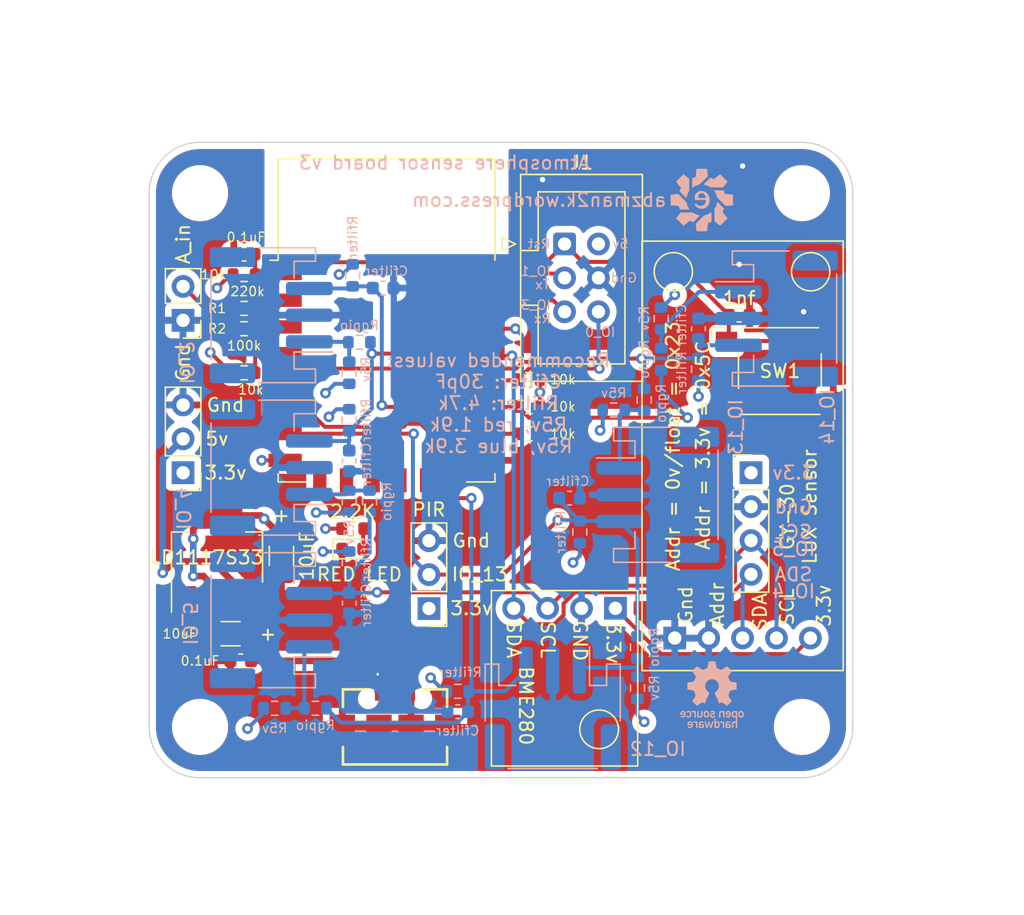
<source format=kicad_pcb>
(kicad_pcb (version 20211014) (generator pcbnew)
  (layers (0 "F.Cu" signal) (1 "In1.Cu" signal) (2 "In2.Cu" signal) (31 "B.Cu" signal) (34 "B.Paste" user) (35 "F.Paste" user) (36 "B.SilkS" user "B.Silkscreen") (37 "F.SilkS" user "F.Silkscreen") (38 "B.Mask" user) (39 "F.Mask" user) (44 "Edge.Cuts" user))
  (net 0 "")
  (net 1 "/ESP_EN")
  (net 2 "GND")
  (net 3 "+5V")
  (net 4 "/ESP_IO1")
  (net 5 "/ESP_IO3")
  (net 6 "/ESP_IO0")
  (net 7 "+3V3")
  (net 8 "/ESP_IO16")
  (net 9 "/ESP_IO14")
  (net 10 "/ESP_IO12")
  (net 11 "/ESP_IO13")
  (net 18 "/ESP_IO15")
  (net 19 "/ESP_IO2")
  (net 20 "/ESP_IO4")
  (net 21 "/ESP_IO5")
  (net 22 "/ESP_RST")
  (net 23 "Net-(D1-Pad2)")
  (net 27 "/Analog_In")
  (net 28 "/ESP_ADC")
  (net 29 "Net-(J9-Pad1)")
  (net 30 "Net-(J10-Pad1)")
  (net 31 "Net-(J11-Pad1)")
  (net 32 "Net-(J12-Pad1)")
  (net 33 "Net-(J13-Pad1)")
  (net 34 "Net-(J14-Pad1)")
  (footprint "Evan's misc parts:UJ2MIBHGSMTTR" (layer "F.Cu") (at 14.605 40.005)
    (fp_text reference "J2" hide)
    (fp_text value "UJ2-MIBH-G-SMT-TR" hide)
  )
  (footprint "Connector_IDC:IDC-Header_2x03_P2.54mm_Vertical" (layer "F.Cu") (at 27.305 3.81)
    (fp_text reference "J1")
    (fp_text value "Conn_02x03_Odd_Even")
  )
  (footprint "LED_SMD:LED_0603_1608Metric" (layer "F.Cu") (at 11.43 26.67)
    (fp_text reference "D1" hide)
    (fp_text value "RED LED")
  )
  (footprint "MountingHole:MountingHole_3.2mm_M3" (layer "F.Cu") (at 0 40.005)
    (fp_text reference "REF**" hide)
    (fp_text value "MountingHole_3.2mm_M3")
  )
  (footprint "RF_Module:ESP-12E" (layer "F.Cu") (at 13.97 9.525)
    (fp_text reference "U1" hide)
    (fp_text value "ESP-12F")
  )
  (footprint "Evan's misc parts:LUX sensor" (layer "F.Cu") (at 35.56 33.345 90)
    (fp_text reference "J3" hide)
    (fp_text value "LUX sensor")
  )
  (footprint "Connector_PinHeader_2.54mm:PinHeader_1x03_P2.54mm_Vertical" (layer "F.Cu") (at 17.145 31.13 180)
    (fp_text reference "J5" hide)
    (fp_text value "PIR")
  )
  (footprint "Evan's misc parts:BME280" (layer "F.Cu") (at 31.115 31.115 -90)
    (fp_text reference "J4" hide)
    (fp_text value "bme280")
  )
  (footprint "MountingHole:MountingHole_3.2mm_M3" (layer "F.Cu") (at 45.085 0)
    (fp_text reference "REF**" hide)
    (fp_text value "MountingHole_3.2mm_M3")
  )
  (footprint "Connector_PinHeader_2.54mm:PinHeader_1x04_P2.54mm_Vertical" (layer "F.Cu") (at 41.275 20.955)
    (fp_text reference "J7" hide)
    (fp_text value "external i2c")
  )
  (footprint "Resistor_SMD:R_0603_1608Metric" (layer "F.Cu") (at 24.638 13.97 180)
    (fp_text reference "R10" hide)
    (fp_text value "10k")
  )
  (footprint "Resistor_SMD:R_0603_1608Metric" (layer "F.Cu") (at 11.43 25.146)
    (fp_text reference "R3" hide)
    (fp_text value "2.2K")
  )
  (footprint "MountingHole:MountingHole_3.2mm_M3" (layer "F.Cu") (at 0 0)
    (fp_text reference "REF**" hide)
    (fp_text value "MountingHole_3.2mm_M3")
  )
  (footprint "Resistor_SMD:R_0603_1608Metric" (layer "F.Cu") (at 24.638 18.034 180)
    (fp_text reference "R5" hide)
    (fp_text value "10k")
  )
  (footprint "Connector_PinHeader_2.54mm:PinHeader_1x03_P2.54mm_Vertical" (layer "F.Cu") (at -1.27 20.955 180)
    (fp_text reference "J8" hide)
    (fp_text value "power")
  )
  (footprint "Resistor_SMD:R_0603_1608Metric" (layer "F.Cu") (at 24.638 16.002 180)
    (fp_text reference "R11" hide)
    (fp_text value "10k")
  )
  (footprint "Package_TO_SOT_SMD:SOT-223-3_TabPin2" (layer "F.Cu") (at 1.27 27.305 90)
    (fp_text reference "U2" hide)
    (fp_text value "LD1117S33")
  )
  (footprint "MountingHole:MountingHole_3.2mm_M3" (layer "F.Cu") (at 45.085 40.005)
    (fp_text reference "REF**" hide)
    (fp_text value "MountingHole_3.2mm_M3")
  )
  (footprint "Capacitor_SMD:C_0603_1608Metric" (layer "F.Cu") (at 3.048 35.052 180)
    (fp_text reference "C2" hide)
    (fp_text value "0.1uF")
  )
  (footprint "Resistor_SMD:R_0603_1608Metric" (layer "F.Cu") (at 3.302 8.636)
    (fp_text reference "R1")
    (fp_text value "220k")
  )
  (footprint "Connector_PinHeader_2.54mm:PinHeader_1x02_P2.54mm_Vertical" (layer "F.Cu") (at -1.27 9.53 180)
    (fp_text reference "J6" hide)
    (fp_text value "Analog in")
  )
  (footprint "Capacitor_SMD:C_1206_3216Metric" (layer "F.Cu") (at 2.286 33.02 180)
    (fp_text reference "C3" hide)
    (fp_text value "10uF")
  )
  (footprint "Capacitor_SMD:C_0603_1608Metric" (layer "F.Cu") (at 3.302 4.572 180)
    (fp_text reference "C9" hide)
    (fp_text value "0.1uF")
  )
  (footprint "Resistor_SMD:R_0603_1608Metric" (layer "F.Cu") (at 3.302 13.462)
    (fp_text reference "R8" hide)
    (fp_text value "10k")
  )
  (footprint "Button_Switch_SMD:SW_SPST_Omron_B3FS-105xP" (layer "F.Cu") (at 43.434 13.335)
    (fp_text reference "SW1")
    (fp_text value "SW_MEC_5E")
  )
  (footprint "Resistor_SMD:R_0603_1608Metric" (layer "F.Cu") (at 3.302 6.096)
    (fp_text reference "R9" hide)
    (fp_text value "10k")
  )
  (footprint "Capacitor_SMD:C_1206_3216Metric" (layer "F.Cu") (at 6.096 27.178 -90)
    (fp_text reference "C1" hide)
    (fp_text value "10uF")
  )
  (footprint "Resistor_SMD:R_0603_1608Metric" (layer "F.Cu") (at 3.302 10.16 180)
    (fp_text reference "R2")
    (fp_text value "100k")
  )
  (footprint "Capacitor_SMD:C_0603_1608Metric" (layer "F.Cu") (at 40.386 9.144)
    (fp_text reference "C4" hide)
    (fp_text value "1nf")
  )
  (footprint "Evan's misc parts:OSHW gear" (layer "B.Cu") (at 38.354 37.592 180)
    (fp_text reference "G***" hide)
    (fp_text value "LOGO" hide)
  )
  (footprint "Resistor_SMD:R_0603_1608Metric" (layer "B.Cu") (at 5.588 38.608)
    (fp_text reference "R12" hide)
    (fp_text value "R5v")
  )
  (footprint "Resistor_SMD:R_0603_1608Metric" (layer "B.Cu") (at 32.766 34.036 90)
    (fp_text reference "R16" hide)
    (fp_text value "Rgpio")
  )
  (footprint "Resistor_SMD:R_0603_1608Metric" (layer "B.Cu") (at 33.274 15.494 90)
    (fp_text reference "R19" hide)
    (fp_text value "Rgpio")
  )
  (footprint "Capacitor_SMD:C_0603_1608Metric" (layer "B.Cu") (at 11.176 20.066 -90)
    (fp_text reference "C11" hide)
    (fp_text value "Cfilter")
  )
  (footprint "Resistor_SMD:R_0603_1608Metric" (layer "B.Cu") (at 11.176 27.686 -90)
    (fp_text reference "R14" hide)
    (fp_text value "Rfilter")
  )
  (footprint "Resistor_SMD:R_0603_1608Metric" (layer "B.Cu") (at 19.304 37.338)
    (fp_text reference "R17" hide)
    (fp_text value "Rfilter")
  )
  (footprint "Resistor_SMD:R_0603_1608Metric" (layer "B.Cu") (at 34.544 9.398 -90)
    (fp_text reference "R21" hide)
    (fp_text value "R5v")
  )
  (footprint "Capacitor_SMD:C_0603_1608Metric" (layer "B.Cu") (at 13.716 7.112)
    (fp_text reference "C5" hide)
    (fp_text value "Cfilter")
  )
  (footprint "Connector_JST:JST_PH_S3B-PH-SM4-TB_1x03-1MP_P2.00mm_Horizontal" (layer "B.Cu") (at 5.334 9.144 90)
    (fp_text reference "J9" hide)
    (fp_text value "Conn_01x03")
  )
  (footprint "Resistor_SMD:R_0603_1608Metric" (layer "B.Cu") (at 34.544 12.446 -90)
    (fp_text reference "R22" hide)
    (fp_text value "Rgpio")
  )
  (footprint "Resistor_SMD:R_0603_1608Metric" (layer "B.Cu") (at 8.636 38.608)
    (fp_text reference "R13" hide)
    (fp_text value "Rgpio")
  )
  (footprint "Capacitor_SMD:C_0603_1608Metric" (layer "B.Cu") (at 27.686 22.86)
    (fp_text reference "C8" hide)
    (fp_text value "Cfilter")
  )
  (footprint "Connector_JST:JST_PH_S3B-PH-SM4-TB_1x03-1MP_P2.00mm_Horizontal" (layer "B.Cu") (at 5.334 20.574 90)
    (fp_text reference "J14" hide)
    (fp_text value "Conn_01x03")
  )
  (footprint "Resistor_SMD:R_0603_1608Metric" (layer "B.Cu") (at 11.176 13.462 90)
    (fp_text reference "R4" hide)
    (fp_text value "R5v")
  )
  (footprint "Capacitor_SMD:C_0603_1608Metric" (layer "B.Cu") (at 19.304 38.862 180)
    (fp_text reference "C7" hide)
    (fp_text value "Cfilter")
  )
  (footprint "Connector_JST:JST_PH_S3B-PH-SM4-TB_1x03-1MP_P2.00mm_Horizontal" (layer "B.Cu") (at 5.334 32.004 90)
    (fp_text reference "J10" hide)
    (fp_text value "Conn_01x03")
  )
  (footprint "Resistor_SMD:R_0603_1608Metric" (layer "B.Cu") (at 11.176 23.114 90)
    (fp_text reference "R24" hide)
    (fp_text value "R5v")
  )
  (footprint "Resistor_SMD:R_0603_1608Metric" (layer "B.Cu") (at 37.338 13.208 90)
    (fp_text reference "R23" hide)
    (fp_text value "Rfilter")
  )
  (footprint "Resistor_SMD:R_0603_1608Metric" (layer "B.Cu") (at 12.7 23.114 -90)
    (fp_text reference "R25" hide)
    (fp_text value "Rgpio")
  )
  (footprint "Connector_JST:JST_PH_S3B-PH-SM4-TB_1x03-1MP_P2.00mm_Horizontal" (layer "B.Cu") (at 34.29 22.606 -90)
    (fp_text reference "J12" hide)
    (fp_text value "Conn_01x03")
  )
  (footprint "Resistor_SMD:R_0603_1608Metric" (layer "B.Cu") (at 32.766 37.084 90)
    (fp_text reference "R15" hide)
    (fp_text value "R5v")
  )
  (footprint "Evan's misc parts:Evan Logo" (layer "B.Cu") (at 37.592 0.508 180)
    (fp_text reference "G***" hide)
    (fp_text value "LOGO" hide)
  )
  (footprint "Capacitor_SMD:C_0603_1608Metric" (layer "B.Cu") (at 37.338 10.16 90)
    (fp_text reference "C10" hide)
    (fp_text value "Cfilter")
  )
  (footprint "Connector_JST:JST_PH_S3B-PH-SM4-TB_1x03-1MP_P2.00mm_Horizontal" (layer "B.Cu") (at 43.18 9.398 -90)
    (fp_text reference "J13" hide)
    (fp_text value "Conn_01x03")
  )
  (footprint "Resistor_SMD:R_0603_1608Metric" (layer "B.Cu") (at 30.988 16.256)
    (fp_text reference "R18" hide)
    (fp_text value "R5v")
  )
  (footprint "Resistor_SMD:R_0603_1608Metric" (layer "B.Cu") (at 11.176 17.018 -90)
    (fp_text reference "R26" hide)
    (fp_text value "Rfilter")
  )
  (footprint "Connector_JST:JST_PH_S3B-PH-SM4-TB_1x03-1MP_P2.00mm_Horizontal" (layer "B.Cu") (at 26.416 38.608 180)
    (fp_text reference "J11" hide)
    (fp_text value "Conn_01x03")
  )
  (footprint "Resistor_SMD:R_0603_1608Metric" (layer "B.Cu") (at 28.448 25.4 90)
    (fp_text reference "R20" hide)
    (fp_text value "Rfilter")
  )
  (footprint "Resistor_SMD:R_0603_1608Metric" (layer "B.Cu") (at 11.938 11.176)
    (fp_text reference "R6" hide)
    (fp_text value "Rgpio")
  )
  (footprint "Resistor_SMD:R_0603_1608Metric" (layer "B.Cu") (at 11.43 6.159 -90)
    (fp_text reference "R7" hide)
    (fp_text value "Rfilter")
  )
  (footprint "Capacitor_SMD:C_0603_1608Metric" (layer "B.Cu") (at 11.176 30.734 -90)
    (fp_text reference "C6" hide)
    (fp_text value "Cfilter")
  )
  (gr_arc (start 48.895 40.005) (mid 47.779077 42.699077) (end 45.085 43.815) (layer "Edge.Cuts") (width 0.1))
  (gr_arc (start -3.81 0) (mid -2.694077 -2.694077) (end 0 -3.81) (layer "Edge.Cuts") (width 0.1))
  (gr_arc (start 45.085 -3.81) (mid 47.779077 -2.694077) (end 48.895 0) (layer "Edge.Cuts") (width 0.1))
  (gr_line (start 48.895 0) (end 48.895 40.005) (layer "Edge.Cuts") (width 0.1))
  (gr_line (start 45.085 43.815) (end 0 43.815) (layer "Edge.Cuts") (width 0.1))
  (gr_line (start -3.81 40.005) (end -3.81 0) (layer "Edge.Cuts") (width 0.1))
  (gr_line (start 0 -3.81) (end 45.085 -3.81) (layer "Edge.Cuts") (width 0.1))
  (gr_arc (start 0 43.815) (mid -2.694077 42.699077) (end -3.81 40.005) (layer "Edge.Cuts") (width 0.1))
  (gr_text "IO_3" (at 25.146 8.382) (layer "B.SilkS") (effects (font (size 0.7 0.7) (thickness 0.1)) (justify mirror)))
  (gr_text "Gnd" (at 44.45 23.495) (layer "B.SilkS") (effects (font (size 1 1)) (justify mirror)))
  (gr_text "IO_5" (at -0.762 32.258 270) (layer "B.SilkS") (effects (font (size 1 1)) (justify mirror)))
  (gr_text "Tx" (at 25.654 6.858) (layer "B.SilkS") (effects (font (size 0.7 0.7) (thickness 0.1)) (justify mirror)))
  (gr_text "IO_4" (at 44.45 29.845) (layer "B.SilkS") (effects (font (size 1 1)) (justify mirror)))
  (gr_text "Gnd" (at 31.75 6.35) (layer "B.SilkS") (effects (font (size 0.7 0.7) (thickness 0.1)) (justify mirror)))
  (gr_text "IO_14" (at 46.99 16.764 90) (layer "B.SilkS") (effects (font (size 1 1)) (justify mirror)))
  (gr_text "5v" (at 31.496 3.81) (layer "B.SilkS") (effects (font (size 0.7 0.7) (thickness 0.1)) (justify mirror)))
  (gr_text "IO_13" (at 40.132 17.526 90) (layer "B.SilkS") (effects (font (size 1 1)) (justify mirror)))
  (gr_text "Atmosphere sensor board v3" (at 18.288 -2.286) (layer "B.SilkS") (effects (font (size 1 1)) (justify mirror)))
  (gr_text "Rx" (at 25.654 9.398) (layer "B.SilkS") (effects (font (size 0.7 0.7) (thickness 0.1)) (justify mirror)))
  (gr_text "IO_2" (at -1.016 12.7 270) (layer "B.SilkS") (effects (font (size 1 1)) (justify mirror)))
  (gr_text "IO_0" (at 29.972 10.414) (layer "B.SilkS") (effects (font (size 0.7 0.7) (thickness 0.1)) (justify mirror)))
  (gr_text "IO_4" (at -1.27 23.622 270) (layer "B.SilkS") (effects (font (size 1 1)) (justify mirror)))
  (gr_text "abzman2k.wordpress.com" (at 25.4 0.508) (layer "B.SilkS") (effects (font (size 1 1)) (justify mirror)))
  (gr_text "IO_5" (at 44.45 26.67) (layer "B.SilkS") (effects (font (size 1 1)) (justify mirror)))
  (gr_text "IO_1" (at 25.146 5.842) (layer "B.SilkS") (effects (font (size 0.7 0.7) (thickness 0.1)) (justify mirror)))
  (gr_text "SDA" (at 44.45 28.575) (layer "B.SilkS") (effects (font (size 1 1)) (justify mirror)))
  (gr_text "IO_12" (at 34.29 41.656) (layer "B.SilkS") (effects (font (size 1 1)) (justify mirror)))
  (gr_text "SCL" (at 44.45 25.4) (layer "B.SilkS") (effects (font (size 1 1)) (justify mirror)))
  (gr_text "Rst" (at 25.4 3.81) (layer "B.SilkS") (effects (font (size 0.7 0.7) (thickness 0.1)) (justify mirror)))
  (gr_text "3.3v" (at 44.45 20.955) (layer "B.SilkS") (effects (font (size 1 1)) (justify mirror)))
  (gr_text "Recommended values:\nCfilter: 30pF\nRfilter: 4.7k\nR5v, red 1.9k\nR5v, blue 3.9k" (at 22.352 15.748) (layer "B.SilkS") (effects (font (size 1 1)) (justify mirror)))
  (gr_text "Gnd" (at 20.32 26.035) (layer "F.SilkS") (effects (font (size 1 1))))
  (gr_text "+" (at 5.08 33.02) (layer "F.SilkS") (effects (font (size 1 1))))
  (gr_text "IO_13" (at 20.955 28.575) (layer "F.SilkS") (effects (font (size 1 1))))
  (gr_text "3.3v" (at 20.32 31.115) (layer "F.SilkS") (effects (font (size 1 1))))
  (gr_text "Gnd" (at 1.905 15.875) (layer "F.SilkS") (effects (font (size 1 1))))
  (gr_text "Gnd" (at -1.27 12.7 90) (layer "F.SilkS") (effects (font (size 1 1))))
  (gr_text "A_in" (at -1.27 3.81 90) (layer "F.SilkS") (effects (font (size 1 1))))
  (gr_text "5v" (at 1.27 18.415) (layer "F.SilkS") (effects (font (size 1 1))))
  (gr_text "3.3v" (at 1.905 20.955) (layer "F.SilkS") (effects (font (size 1 1))))
  (gr_text "+" (at 6.096 24.13) (layer "F.SilkS") (effects (font (size 1 1))))
  (segment (start 4.127 13.462) (end 4.127 11.818978) (width 0.3) (layer "F.Cu") (net 1))
  (segment (start 4.127 11.818978) (end 5.920978 10.025) (width 0.3) (layer "F.Cu") (net 1))
  (segment (start 5.920978 10.025) (end 6.37 10.025) (width 0.3) (layer "F.Cu") (net 1))
  (segment (start 15.905 37.365) (end 15.905 39.94) (width 0.3) (layer "F.Cu") (net 2))
  (segment (start 15.905 39.94) (end 15.805 40.04) (width 0.3) (layer "F.Cu") (net 2))
  (segment (start 15.905 37.365) (end 15.905 36.165) (width 0.3) (layer "F.Cu") (net 2))
  (segment (start 15.905 36.165) (end 16.002 36.068) (width 0.3) (layer "F.Cu") (net 2))
  (via (at 25.654 -1.016) (size 0.8) (drill 0.4) (layers "F.Cu" "B.Cu") (net 2))
  (via (at 45.212 8.89) (size 0.8) (drill 0.4) (layers "F.Cu" "B.Cu") (net 2))
  (via (at 40.386 5.334) (size 0.8) (drill 0.4) (layers "F.Cu" "B.Cu") (net 2))
  (via (at 40.64 -2.032) (size 0.8) (drill 0.4) (layers "F.Cu" "B.Cu") (net 2))
  (segment (start 13.208 35.052) (end 13.305 35.149) (width 0.5) (layer "F.Cu") (net 3))
  (segment (start 3.57 30.455) (end 3.57 32.829) (width 1) (layer "F.Cu") (net 3))
  (segment (start 13.305 37.365) (end 13.305 35.149) (width 0.5) (layer "F.Cu") (net 3))
  (segment (start 3.823 35.052) (end 3.823 33.082) (width 0.5) (layer "F.Cu") (net 3))
  (segment (start 3.823 33.082) (end 3.761 33.02) (width 0.5) (layer "F.Cu") (net 3))
  (segment (start 3.823 35.052) (end 13.208 35.052) (width 0.5) (layer "F.Cu") (net 3))
  (segment (start 3.57 32.829) (end 3.761 33.02) (width 1) (layer "F.Cu") (net 3))
  (segment (start 3.57 30.24) (end 3.57 30.455) (width 0.5) (layer "F.Cu") (net 3))
  (segment (start -1.944489 27.598489) (end 0.928489 27.598489) (width 0.5) (layer "F.Cu") (net 3))
  (segment (start 0.928489 27.598489) (end 3.57 30.24) (width 0.5) (layer "F.Cu") (net 3))
  (segment (start -2.794 28.448) (end -1.944489 27.598489) (width 0.5) (layer "F.Cu") (net 3))
  (via (at 33.274 39.624) (size 0.8) (drill 0.4) (layers "F.Cu" "B.Cu") (net 3))
  (via (at 3.556 40.132) (size 0.8) (drill 0.4) (layers "F.Cu" "B.Cu") (net 3))
  (via (at -2.794 28.448) (size 0.8) (drill 0.4) (layers "F.Cu" "B.Cu") (net 3))
  (via (at 35.56 7.62) (size 0.8) (drill 0.4) (layers "F.Cu" "B.Cu") (net 3))
  (via (at 8.699 23.939) (size 0.8) (drill 0.4) (layers "F.Cu" "B.Cu") (net 3))
  (via (at 29.972 17.78) (size 0.8) (drill 0.4) (layers "F.Cu" "B.Cu") (net 3))
  (via (at 9.398 14.986) (size 0.8) (drill 0.4) (layers "F.Cu" "B.Cu") (net 3))
  (segment (start 32.766 39.116) (end 33.274 39.624) (width 0.3) (layer "B.Cu") (net 3))
  (segment (start -2.794 19.939) (end -1.27 18.415) (width 0.5) (layer "B.Cu") (net 3))
  (segment (start 11.176 23.939) (end 8.699 23.939) (width 0.3) (layer "B.Cu") (net 3))
  (segment (start 4.763 38.608) (end 4.763 38.925) (width 0.3) (layer "B.Cu") (net 3))
  (segment (start 11.176 14.287) (end 10.097 14.287) (width 0.3) (layer "B.Cu") (net 3))
  (segment (start 30.163 16.256) (end 30.163 17.589) (width 0.3) (layer "B.Cu") (net 3))
  (segment (start 30.163 17.589) (end 29.972 17.78) (width 0.3) (layer "B.Cu") (net 3))
  (segment (start 34.544 8.573) (end 34.607 8.573) (width 0.3) (layer "B.Cu") (net 3))
  (segment (start 32.766 37.909) (end 32.766 39.116) (width 0.3) (layer "B.Cu") (net 3))
  (segment (start 34.607 8.573) (end 35.56 7.62) (width 0.3) (layer "B.Cu") (net 3))
  (segment (start 4.763 38.925) (end 3.556 40.132) (width 0.3) (layer "B.Cu") (net 3))
  (segment (start -2.794 28.448) (end -2.794 19.939) (width 0.5) (layer "B.Cu") (net 3))
  (segment (start 10.097 14.287) (end 9.398 14.986) (width 0.3) (layer "B.Cu") (net 3))
  (segment (start 21.57 6.025) (end 26.98 6.025) (width 0.3) (layer "F.Cu") (net 4))
  (segment (start 26.98 6.025) (end 27.305 6.35) (width 0.3) (layer "F.Cu") (net 4))
  (segment (start 26.44 8.025) (end 27.305 8.89) (width 0.3) (layer "F.Cu") (net 5))
  (segment (start 21.57 8.025) (end 26.44 8.025) (width 0.3) (layer "F.Cu") (net 5))
  (segment (start 24.63752 13.14548) (end 25.20852 13.14548) (width 0.3) (layer "F.Cu") (net 6))
  (segment (start 23.758 14.025) (end 23.813 13.97) (width 0.3) (layer "F.Cu") (net 6))
  (segment (start 25.20852 13.14548) (end 29.90948 13.14548) (width 0.3) (layer "F.Cu") (net 6))
  (segment (start 21.57 14.025) (end 23.758 14.025) (width 0.3) (layer "F.Cu") (net 6))
  (segment (start 23.813 13.97) (end 24.63752 13.14548) (width 0.3) (layer "F.Cu") (net 6))
  (via (at 29.90948 13.14548) (size 0.8) (drill 0.4) (layers "F.Cu" "B.Cu") (net 6))
  (segment (start 29.90948 13.14548) (end 29.845 13.081) (width 0.3) (layer "B.Cu") (net 6))
  (segment (start 29.845 13.081) (end 29.845 8.89) (width 0.3) (layer "B.Cu") (net 6))
  (segment (start 10.605 25.146) (end 9.398 25.146) (width 0.3) (layer "F.Cu") (net 7))
  (segment (start 2.286 13.462) (end 0.762 11.938) (width 0.3) (layer "F.Cu") (net 7))
  (segment (start 6.37 20.025) (end 4.613 20.025) (width 0.3) (layer "F.Cu") (net 7))
  (segment (start 1.27 24.155) (end 4.548 24.155) (width 0.5) (layer "F.Cu") (net 7))
  (segment (start -0.508 25.146) (end -0.508 25.908) (width 0.5) (layer "F.Cu") (net 7))
  (segment (start 4.548 24.155) (end 4.8015 24.4085) (width 0.5) (layer "F.Cu") (net 7))
  (segment (start -0.508 28.702) (end 0.254 28.702) (width 0.5) (layer "F.Cu") (net 7))
  (segment (start 44.520489 34.544511) (end 45.72 33.345) (width 0.3) (layer "F.Cu") (net 7))
  (segment (start 1.27 24.155) (end 0.483 24.155) (width 0.5) (layer "F.Cu") (net 7))
  (segment (start 0.254 28.702) (end 1.016 29.464) (width 0.5) (layer "F.Cu") (net 7))
  (segment (start 2.286 6.096) (end 1.27 7.112) (width 0.3) (layer "F.Cu") (net 7))
  (segment (start 34.544511 34.544511) (end 44.520489 34.544511) (width 0.3) (layer "F.Cu") (net 7))
  (segment (start 0.483 24.155) (end -0.508 25.146) (width 0.5) (layer "F.Cu") (net 7))
  (segment (start 31.115 31.115) (end 34.544511 34.544511) (width 0.3) (layer "F.Cu") (net 7))
  (segment (start 25.463 16.002) (end 25.463 14.923) (width 0.3) (layer "F.Cu") (net 7))
  (segment (start 2.477 6.096) (end 2.286 6.096) (width 0.3) (layer "F.Cu") (net 7))
  (segment (start 25.463 14.923) (end 25.463 13.97) (width 0.3) (layer "F.Cu") (net 7))
  (segment (start 4.8015 24.4085) (end 6.096 25.703) (width 0.5) (layer "F.Cu") (net 7))
  (segment (start 2.477 13.462) (end 2.286 13.462) (width 0.3) (layer "F.Cu") (net 7))
  (via (at 1.27 7.112) (size 0.8) (drill 0.4) (layers "F.Cu" "B.Cu") (net 7))
  (via (at 4.613 20.025) (size 0.8) (drill 0.4) (layers "F.Cu" "B.Cu") (net 7))
  (via (at 10.414 6.096) (size 0.8) (drill 0.4) (layers "F.Cu" "B.Cu") (net 7))
  (via (at 25.463 14.923) (size 0.8) (drill 0.4) (layers "F.Cu" "B.Cu") (net 7))
  (via (at 0.762 11.938) (size 0.8) (drill 0.4) (layers "F.Cu" "B.Cu") (net 7))
  (via (at 17.272 36.322) (size 0.8) (drill 0.4) (layers "F.Cu" "B.Cu") (net 7))
  (via (at 9.398 25.146) (size 0.8) (drill 0.4) (layers "F.Cu" "B.Cu") (net 7))
  (via (at -0.508 28.702) (size 0.8) (drill 0.4) (layers "F.Cu" "B.Cu") (net 7))
  (via (at 27.94 27.686) (size 0.8) (drill 0.4) (layers "F.Cu" "B.Cu") (net 7))
  (via (at 37.338 15.24) (size 0.8) (drill 0.4) (layers "F.Cu" "B.Cu") (net 7))
  (via (at -0.508 25.908) (size 0.8) (drill 0.4) (layers "F.Cu" "B.Cu") (net 7))
  (via (at 9.652 16.764) (size 0.8) (drill 0.4) (layers "F.Cu" "B.Cu") (net 7))
  (via (at 9.207 26.861) (size 0.8) (drill 0.4) (layers "F.Cu" "B.Cu") (net 7))
  (via (at 4.8015 24.4085) (size 0.8) (drill 0.4) (layers "F.Cu" "B.Cu") (net 7))
  (segment (start 10.223 16.193) (end 9.652 16.764) (width 0.3) (layer "B.Cu") (net 7))
  (segment (start 18.288 37.338) (end 17.272 36.322) (width 0.3) (layer "B.Cu") (net 7))
  (segment (start 28.448 26.225) (end 28.448 27.178) (width 0.3) (layer "B.Cu") (net 7))
  (segment (start 28.448 27.178) (end 27.94 27.686) (width 0.3) (layer "B.Cu") (net 7))
  (segment (start 37.338 14.033) (end 37.338 15.24) (width 0.3) (layer "B.Cu") (net 7))
  (segment (start 10.668 6.096) (end 10.414 6.096) (width 0.3) (layer "B.Cu") (net 7))
  (segment (start 18.479 37.338) (end 18.288 37.338) (width 0.3) (layer "B.Cu") (net 7))
  (segment (start -0.508 25.908) (end -0.508 28.702) (width 0.5) (layer "B.Cu") (net 7))
  (segment (start 11.176 16.193) (end 10.223 16.193) (width 0.3) (layer "B.Cu") (net 7))
  (segment (start 11.176 26.861) (end 9.207 26.861) (width 0.3) (layer "B.Cu") (net 7))
  (segment (start 11.43 5.334) (end 10.668 6.096) (width 0.3) (layer "B.Cu") (net 7))
  (segment (start 7.24952 13.14548) (end 23.68452 13.14548) (width 0.3) (layer "F.Cu") (net 9))
  (segment (start 28.752031 12.395969) (end 33.070031 12.395969) (width 0.3) (layer "F.Cu") (net 9))
  (segment (start 6.37 14.025) (end 7.24952 13.14548) (width 0.3) (layer "F.Cu") (net 9))
  (segment (start 28.50204 12.64596) (end 28.752031 12.395969) (width 0.3) (layer "F.Cu") (net 9))
  (segment (start 24.18404 12.64596) (end 28.50204 12.64596) (width 0.3) (layer "F.Cu") (net 9))
  (segment (start 23.68452 13.14548) (end 24.18404 12.64596) (width 0.3) (layer "F.Cu") (net 9))
  (via (at 33.070031 12.395969) (size 0.8) (drill 0.4) (layers "F.Cu" "B.Cu") (net 9))
  (segment (start 33.274 13.97) (end 33.274 14.669) (width 0.3) (layer "B.Cu") (net 9))
  (segment (start 33.083 12.383) (end 33.070031 12.395969) (width 0.3) (layer "B.Cu") (net 9))
  (segment (start 37.624 11.398) (end 37.338 11.684) (width 0.3) (layer "B.Cu") (net 9))
  (segment (start 37.338 11.684) (end 37.338 10.935) (width 0.3) (layer "B.Cu") (net 9))
  (segment (start 40.33 11.398) (end 37.624 11.398) (width 0.3) (layer "B.Cu") (net 9))
  (segment (start 37.338 12.383) (end 33.083 12.383) (width 0.3) (layer "B.Cu") (net 9))
  (segment (start 33.274 12.599938) (end 33.070031 12.395969) (width 0.3) (layer "B.Cu") (net 9))
  (segment (start 33.274 13.97) (end 33.274 12.599938) (width 0.3) (layer "B.Cu") (net 9))
  (segment (start 37.338 12.383) (end 37.338 11.684) (width 0.3) (layer "B.Cu") (net 9))
  (segment (start 15.481511 17.284489) (end 16.522489 17.284489) (width 0.3) (layer "F.Cu") (net 10))
  (segment (start 16.522489 17.284489) (end 18.120489 18.882489) (width 0.3) (layer "F.Cu") (net 10))
  (segment (start 15.252489 17.513511) (end 15.481511 17.284489) (width 0.3) (layer "F.Cu") (net 10))
  (segment (start 18.120489 22.774511) (end 18.205978 22.86) (width 0.3) (layer "F.Cu") (net 10))
  (segment (start 18.120489 18.882489) (end 18.120489 22.774511) (width 0.3) (layer "F.Cu") (net 10))
  (segment (start 6.37 16.025) (end 7.85303 16.025) (width 0.3) (layer "F.Cu") (net 10))
  (segment (start 18.205978 22.86) (end 20.32 22.86) (width 0.3) (layer "F.Cu") (net 10))
  (segment (start 9.341541 17.513511) (end 15.252489 17.513511) (width 0.3) (layer "F.Cu") (net 10))
  (segment (start 7.85303 16.025) (end 9.341541 17.513511) (width 0.3) (layer "F.Cu") (net 10))
  (via (at 20.32 22.86) (size 0.8) (drill 0.4) (layers "F.Cu" "B.Cu") (net 10))
  (segment (start 19.25448 39.68652) (end 10.53952 39.68652) (width 0.3) (layer "B.Cu") (net 10))
  (segment (start 20.32 22.86) (end 20.32 37.147) (width 0.3) (layer "B.Cu") (net 10))
  (segment (start 20.079 38.862) (end 20.079 37.388) (width 0.3) (layer "B.Cu") (net 10))
  (segment (start 20.079 37.388) (end 20.129 37.338) (width 0.3) (layer "B.Cu") (net 10))
  (segment (start 20.129 37.338) (end 22.836 37.338) (width 0.3) (layer "B.Cu") (net 10))
  (segment (start 10.53952 39.68652) (end 9.461 38.608) (width 0.3) (layer "B.Cu") (net 10))
  (segment (start 20.079 38.862) (end 19.25448 39.68652) (width 0.3) (layer "B.Cu") (net 10))
  (segment (start 22.836 37.338) (end 24.416 35.758) (width 0.3) (layer "B.Cu") (net 10))
  (segment (start 20.32 37.147) (end 20.129 37.338) (width 0.3) (layer "B.Cu") (net 10))
  (segment (start 15.993 18.025) (end 6.37 18.025) (width 0.3) (layer "F.Cu") (net 11))
  (segment (start 22.718 28.59) (end 26.797 24.511) (width 0.3) (layer "F.Cu") (net 11))
  (segment (start 16.002 18.034) (end 15.993 18.025) (width 0.3) (layer "F.Cu") (net 11))
  (segment (start 17.145 28.59) (end 22.718 28.59) (width 0.3) (layer "F.Cu") (net 11))
  (via (at 16.002 18.034) (size 0.8) (drill 0.4) (layers "F.Cu" "B.Cu") (net 11))
  (via (at 26.797 24.511) (size 0.8) (drill 0.4) (layers "F.Cu" "B.Cu") (net 11))
  (segment (start 28.448 24.575) (end 31.409 24.575) (width 0.3) (layer "B.Cu") (net 11))
  (segment (start 32.766 33.211) (end 32.766 25.932) (width 0.3) (layer "B.Cu") (net 11))
  (segment (start 26.911 23.038) (end 28.448 24.575) (width 0.3) (layer "B.Cu") (net 11))
  (segment (start 26.797 24.511) (end 28.384 24.511) (width 0.3) (layer "B.Cu") (net 11))
  (segment (start 26.911 22.86) (end 26.911 23.038) (width 0.3) (layer "B.Cu") (net 11))
  (segment (start 32.766 25.932) (end 31.44 24.606) (width 0.3) (layer "B.Cu") (net 11))
  (segment (start 17.145 28.59) (end 15.945489 27.390489) (width 0.3) (layer "B.Cu") (net 11))
  (segment (start 28.384 24.511) (end 28.448 24.575) (width 0.3) (layer "B.Cu") (net 11))
  (segment (start 31.409 24.575) (end 31.44 24.606) (width 0.3) (layer "B.Cu") (net 11))
  (segment (start 15.945489 18.090511) (end 16.002 18.034) (width 0.3) (layer "B.Cu") (net 11))
  (segment (start 15.945489 27.390489) (end 15.945489 18.090511) (width 0.3) (layer "B.Cu") (net 11))
  (segment (start 23.813 18.034) (end 21.579 18.034) (width 0.3) (layer "F.Cu") (net 18))
  (segment (start 21.579 18.034) (end 21.57 18.025) (width 0.3) (layer "F.Cu") (net 18))
  (segment (start 24.63752 16.82652) (end 36.51348 16.82652) (width 0.3) (layer "F.Cu") (net 19))
  (segment (start 13.739 16.025) (end 21.57 16.025) (width 0.3) (layer "F.Cu") (net 19))
  (segment (start 13.616511 15.902511) (end 13.739 16.025) (width 0.3) (layer "F.Cu") (net 19))
  (segment (start 23.79 16.025) (end 23.813 16.002) (width 0.3) (layer "F.Cu") (net 19))
  (segment (start 21.57 16.025) (end 23.79 16.025) (width 0.3) (layer "F.Cu") (net 19))
  (segment (start 23.813 16.002) (end 24.63752 16.82652) (width 0.3) (layer "F.Cu") (net 19))
  (via (at 36.51348 16.82652) (size 0.8) (drill 0.4) (layers "F.Cu" "B.Cu") (net 19))
  (via (at 13.616511 15.902511) (size 0.8) (drill 0.4) (layers "F.Cu" "B.Cu") (net 19))
  (segment (start 34.544 14.85704) (end 36.51348 16.82652) (width 0.3) (layer "B.Cu") (net 19))
  (segment (start 12.941 7.112) (end 13.616511 7.787511) (width 0.3) (layer "B.Cu") (net 19))
  (segment (start 11.27 7.144) (end 11.43 6.984) (width 0.3) (layer "B.Cu") (net 19))
  (segment (start 8.184 7.144) (end 11.27 7.144) (width 0.3) (layer "B.Cu") (net 19))
  (segment (start 34.544 13.271) (end 34.544 14.85704) (width 0.3) (layer "B.Cu") (net 19))
  (segment (start 13.616511 7.787511) (end 13.616511 15.902511) (width 0.3) (layer "B.Cu") (net 19))
  (segment (start 11.43 6.984) (end 12.813 6.984) (width 0.3) (layer "B.Cu") (net 19))
  (segment (start 12.813 6.984) (end 12.941 7.112) (width 0.3) (layer "B.Cu") (net 19))
  (segment (start 23.495 31.115) (end 24.694511 32.314511) (width 0.3) (layer "F.Cu") (net 20))
  (segment (start 26.531855 32.314511) (end 27.234511 31.611855) (width 0.3) (layer "F.Cu") (net 20))
  (segment (start 28.078145 29.915489) (end 39.934511 29.915489) (width 0.3) (layer "F.Cu") (net 20))
  (segment (start 24.694511 32.314511) (end 26.531855 32.314511) (width 0.3) (layer "F.Cu") (net 20))
  (segment (start 39.934511 29.915489) (end 41.275 28.575) (width 0.3) (layer "F.Cu") (net 20))
  (segment (start 21.57 12.025) (end 12.867 12.025) (width 0.3) (layer "F.Cu") (net 20))
  (segment (start 27.234511 30.759123) (end 28.078145 29.915489) (width 0.3) (layer "F.Cu") (net 20))
  (segment (start 23.368 12.192) (end 21.737 12.192) (width 0.3) (layer "F.Cu") (net 20))
  (segment (start 27.234511 31.611855) (end 27.234511 30.759123) (width 0.3) (layer "F.Cu") (net 20))
  (segment (start 21.737 12.192) (end 21.57 12.025) (width 0.3) (layer "F.Cu") (net 20))
  (via (at 12.867 12.025) (size 0.8) (drill 0.4) (layers "F.Cu" "B.Cu") (net 20))
  (via (at 23.368 12.192) (size 0.8) (drill 0.4) (layers "F.Cu" "B.Cu") (net 20))
  (segment (start 23.495 31.115) (end 23.495 12.319) (width 0.3) (layer "B.Cu") (net 20))
  (segment (start 8.184 18.574) (end 11.144 18.574) (width 0.3) (layer "B.Cu") (net 20))
  (segment (start 12.867 12.025) (end 12.867 11.28) (width 0.3) (layer "B.Cu") (net 20))
  (segment (start 40.64 33.345) (end 40.64 29.21) (width 0.3) (layer "B.Cu") (net 20))
  (segment (start 23.495 12.319) (end 23.368 12.192) (width 0.3) (layer "B.Cu") (net 20))
  (segment (start 12.867 16.152) (end 11.176 17.843) (width 0.3) (layer "B.Cu") (net 20))
  (segment (start 11.144 18.574) (end 11.176 18.542) (width 0.3) (layer "B.Cu") (net 20))
  (segment (start 11.176 18.542) (end 11.176 17.843) (width 0.3) (layer "B.Cu") (net 20))
  (segment (start 12.867 11.28) (end 12.763 11.176) (width 0.3) (layer "B.Cu") (net 20))
  (segment (start 12.867 12.025) (end 12.867 16.152) (width 0.3) (layer "B.Cu") (net 20))
  (segment (start 11.144 18.574) (end 11.144 19.259) (width 0.3) (layer "B.Cu") (net 20))
  (segment (start 11.144 19.259) (end 11.176 19.291) (width 0.3) (layer "B.Cu") (net 20))
  (segment (start 40.64 29.21) (end 41.275 28.575) (width 0.3) (layer "B.Cu") (net 20))
  (segment (start 40.032786 27.277214) (end 40.075489 27.319917) (width 0.3) (layer "F.Cu") (net 21))
  (segment (start 40.075489 29.068083) (end 39.727603 29.415969) (width 0.3) (layer "F.Cu") (net 21))
  (segment (start 39.727603 29.415969) (end 27.73403 29.41597) (width 0.3) (layer "F.Cu") (net 21))
  (segment (start 26.035 31.115) (end 24.835489 29.915489) (width 0.3) (layer "F.Cu") (net 21))
  (segment (start 27.73403 29.41597) (end 26.035 31.115) (width 0.3) (layer "F.Cu") (net 21))
  (segment (start 23.622 10.16) (end 21.705 10.16) (width 0.3) (layer "F.Cu") (net 21))
  (segment (start 41.275 26.035) (end 40.032786 27.277214) (width 0.3) (layer "F.Cu") (net 21))
  (segment (start 40.075489 27.319917) (end 40.075489 29.068083) (width 0.3) (layer "F.Cu") (net 21))
  (segment (start 24.835489 29.915489) (end 13.264511 29.915489) (width 0.3) (layer "F.Cu") (net 21))
  (segment (start 21.705 10.16) (end 21.57 10.025) (width 0.3) (layer "F.Cu") (net 21))
  (via (at 13.264511 29.915489) (size 0.8) (drill 0.4) (layers "F.Cu" "B.Cu") (net 21))
  (via (at 23.622 10.16) (size 0.8) (drill 0.4) (layers "F.Cu" "B.Cu") (net 21))
  (segment (start 23.622 10.16) (end 24.117511 10.655511) (width 0.3) (layer "B.Cu") (net 21))
  (segment (start 13.221 29.959) (end 13.264511 29.915489) (width 0.3) (layer "B.Cu") (net 21))
  (segment (start 41.275 26.035) (end 43.18 27.94) (width 0.3) (layer "B.Cu") (net 21))
  (segment (start 11.176 28.511) (end 11.176 29.959) (width 0.3) (layer "B.Cu") (net 21))
  (segment (start 24.117511 10.655511) (end 24.117511 29.197511) (width 0.3) (layer "B.Cu") (net 21))
  (segment (start 12.7 26.987) (end 12.7 23.939) (width 0.3) (layer "B.Cu") (net 21))
  (segment (start 11.131 30.004) (end 11.176 29.959) (width 0.3) (layer "B.Cu") (net 21))
  (segment (start 43.18 27.94) (end 43.18 33.345) (width 0.3) (layer "B.Cu") (net 21))
  (segment (start 24.117511 29.197511) (end 26.035 31.115) (width 0.3) (layer "B.Cu") (net 21))
  (segment (start 11.176 28.511) (end 12.7 26.987) (width 0.3) (layer "B.Cu") (net 21))
  (segment (start 11.176 29.959) (end 13.221 29.959) (width 0.3) (layer "B.Cu") (net 21))
  (segment (start 8.184 30.004) (end 11.131 30.004) (width 0.3) (layer "B.Cu") (net 21))
  (segment (start 27.305 3.81) (end 28.645489 5.150489) (width 0.3) (layer "F.Cu") (net 22))
  (segment (start 6.37 6.025) (end 7.219511 5.175489) (width 0.3) (layer "F.Cu") (net 22))
  (segment (start 4.127 6.096) (end 4.127 4.622) (width 0.3) (layer "F.Cu") (net 22))
  (segment (start 4.127 6.096) (end 6.299 6.096) (width 0.3) (layer "F.Cu") (net 22))
  (segment (start 6.299 6.096) (end 6.37 6.025) (width 0.3) (layer "F.Cu") (net 22))
  (segment (start 39.611 9.144) (end 39.611 10.908) (width 0.3) (layer "F.Cu") (net 22))
  (segment (start 47.434 11.085) (end 39.434 11.085) (width 0.3) (layer "F.Cu") (net 22))
  (segment (start 28.645489 5.150489) (end 35.617489 5.150489) (width 0.3) (layer "F.Cu") (net 22))
  (segment (start 7.219511 5.175489) (end 25.939511 5.175489) (width 0.3) (layer "F.Cu") (net 22))
  (segment (start 4.127 4.622) (end 4.077 4.572) (width 0.3) (layer "F.Cu") (net 22))
  (segment (start 35.617489 5.150489) (end 39.611 9.144) (width 0.3) (layer "F.Cu") (net 22))
  (segment (start 39.611 10.908) (end 39.434 11.085) (width 0.3) (layer "F.Cu") (net 22))
  (segment (start 25.939511 5.175489) (end 27.305 3.81) (width 0.3) (layer "F.Cu") (net 22))
  (segment (start 12.2175 25.1835) (end 12.255 25.146) (width 0.3) (layer "F.Cu") (net 23))
  (segment (start 12.2175 26.67) (end 12.2175 25.1835) (width 0.3) (layer "F.Cu") (net 23))
  (segment (start 2.477 8.636) (end 0.376 8.636) (width 0.3) (layer "F.Cu") (net 27))
  (segment (start 0.376 8.636) (end -1.27 6.99) (width 0.3) (layer "F.Cu") (net 27))
  (segment (start 4.127 10.16) (end 4.127 8.636) (width 0.3) (layer "F.Cu") (net 28))
  (segment (start 5.759 8.636) (end 6.37 8.025) (width 0.3) (layer "F.Cu") (net 28))
  (segment (start 4.127 8.636) (end 5.759 8.636) (width 0.3) (layer "F.Cu") (net 28))
  (segment (start 11.144 11.144) (end 11.176 11.176) (width 0.3) (layer "B.Cu") (net 29))
  (segment (start 11.176 11.176) (end 11.176 12.637) (width 0.3) (layer "B.Cu") (net 29))
  (segment (start 8.184 11.144) (end 11.144 11.144) (width 0.3) (layer "B.Cu") (net 29))
  (segment (start 7.811 34.377) (end 8.184 34.004) (width 0.3) (layer "B.Cu") (net 30))
  (segment (start 7.811 38.608) (end 7.811 34.377) (width 0.3) (layer "B.Cu") (net 30))
  (segment (start 6.413 38.608) (end 7.811 38.608) (width 0.3) (layer "B.Cu") (net 30))
  (segment (start 32.766 35.56) (end 28.614 35.56) (width 0.3) (layer "B.Cu") (net 31))
  (segment (start 32.766 35.56) (end 32.766 34.861) (width 0.3) (layer "B.Cu") (net 31))
  (segment (start 32.766 36.259) (end 32.766 35.56) (width 0.3) (layer "B.Cu") (net 31))
  (segment (start 28.614 35.56) (end 28.416 35.758) (width 0.3) (layer "B.Cu") (net 31))
  (segment (start 31.813 16.256) (end 33.211 16.256) (width 0.3) (layer "B.Cu") (net 32))
  (segment (start 31.44 20.606) (end 31.44 16.629) (width 0.3) (layer "B.Cu") (net 32))
  (segment (start 31.44 16.629) (end 31.813 16.256) (width 0.3) (layer "B.Cu") (net 32))
  (segment (start 33.211 16.256) (end 33.274 16.319) (width 0.3) (layer "B.Cu") (net 32))
  (segment (start 34.544 10.223) (end 37.369 7.398) (width 0.3) (layer "B.Cu") (net 33))
  (segment (start 37.369 7.398) (end 40.33 7.398) (width 0.3) (layer "B.Cu") (net 33))
  (segment (start 34.544 11.621) (end 34.544 10.223) (width 0.3) (layer "B.Cu") (net 33))
  (segment (start 11.176 22.289) (end 12.7 22.289) (width 0.3) (layer "B.Cu") (net 34))
  (segment (start 10.891 22.574) (end 11.176 22.289) (width 0.3) (layer "B.Cu") (net 34))
  (segment (start 8.184 22.574) (end 10.891 22.574) (width 0.3) (layer "B.Cu") (net 34))
  (zone (net 0) (net_name "") (layers "F.Cu" "In1.Cu" "In2.Cu" "B.Cu") (connect_pads (clearance 0)) (min_thickness 0.254)
    (keepout (tracks allowed) (vias allowed) (pads allowed) (copperpour not_allowed) (footprints allowed))
    (fill (thermal_gap 0.508) (thermal_bridge_width 0.508))
    (polygon (pts (xy 23.114 4.572) (xy 4.826 4.572) (xy 4.826 -3.81) (xy 23.114 -3.81)))
  )
  (zone (net 2) (net_name "GND") (layers F&B.Cu) (connect_pads (clearance 0.508)) (min_thickness 0.254) (fill yes (thermal_gap 0.508) (thermal_bridge_width 0.508))
    (polygon (pts (xy 52.07 47.625) (xy -6.985 47.625) (xy -8.89 -8.255) (xy 52.07 -8.255)))
  )
)
</source>
